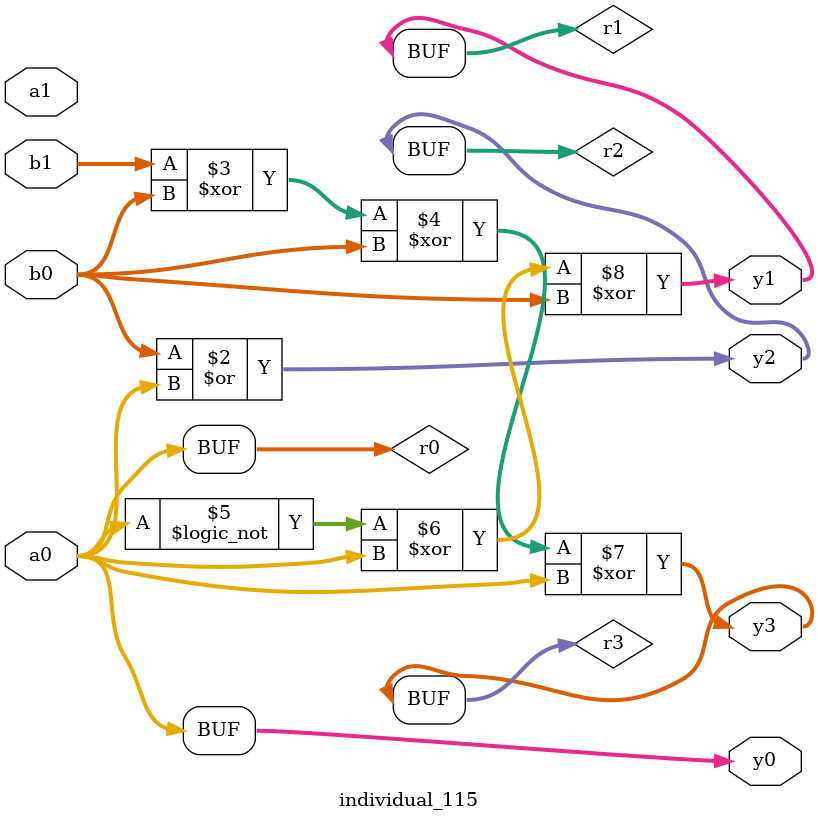
<source format=sv>
module individual_115(input logic [15:0] a1, input logic [15:0] a0, input logic [15:0] b1, input logic [15:0] b0, output logic [15:0] y3, output logic [15:0] y2, output logic [15:0] y1, output logic [15:0] y0);
logic [15:0] r0, r1, r2, r3; 
 always@(*) begin 
	 r0 = a0; r1 = a1; r2 = b0; r3 = b1; 
 	 r2  |=  r0 ;
 	 r3  ^=  b0 ;
 	 r3  ^=  b0 ;
 	 r1 = ! r0 ;
 	 r1  ^=  a0 ;
 	 r3  ^=  a0 ;
 	 r1  ^=  b0 ;
 	 y3 = r3; y2 = r2; y1 = r1; y0 = r0; 
end
endmodule
</source>
